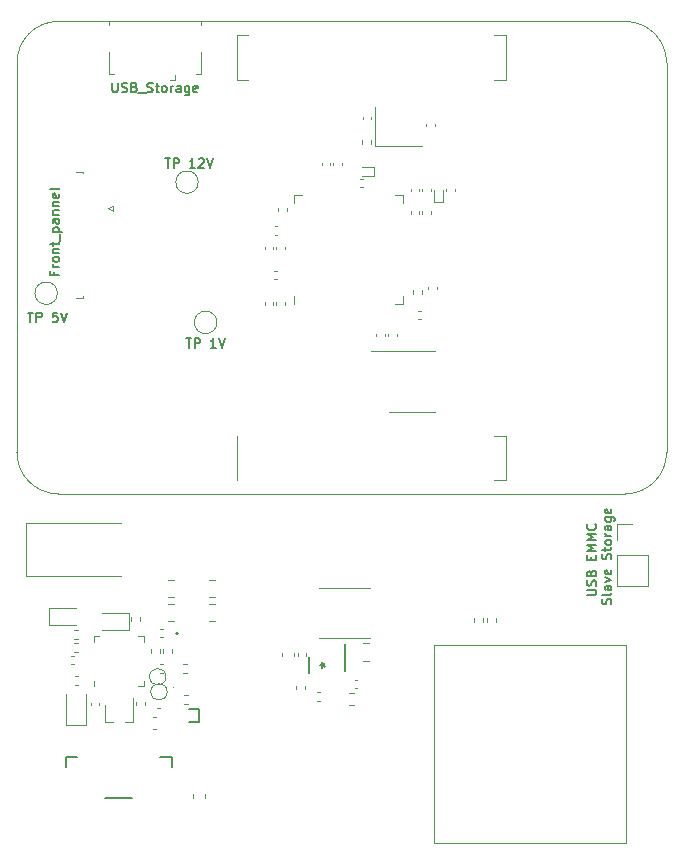
<source format=gbr>
%TF.GenerationSoftware,KiCad,Pcbnew,(6.0.7)*%
%TF.CreationDate,2022-11-16T16:45:53+01:00*%
%TF.ProjectId,MainBoard,4d61696e-426f-4617-9264-2e6b69636164,rev?*%
%TF.SameCoordinates,PXa344e00PY7102aa0*%
%TF.FileFunction,Legend,Top*%
%TF.FilePolarity,Positive*%
%FSLAX46Y46*%
G04 Gerber Fmt 4.6, Leading zero omitted, Abs format (unit mm)*
G04 Created by KiCad (PCBNEW (6.0.7)) date 2022-11-16 16:45:53*
%MOMM*%
%LPD*%
G01*
G04 APERTURE LIST*
%ADD10C,0.150000*%
%ADD11C,0.120000*%
%ADD12C,0.152400*%
%ADD13C,0.100000*%
%ADD14C,0.200000*%
G04 APERTURE END LIST*
D10*
X992857Y45338096D02*
X1450000Y45338096D01*
X1221428Y44538096D02*
X1221428Y45338096D01*
X1716666Y44538096D02*
X1716666Y45338096D01*
X2021428Y45338096D01*
X2097619Y45300000D01*
X2135714Y45261905D01*
X2173809Y45185715D01*
X2173809Y45071429D01*
X2135714Y44995239D01*
X2097619Y44957143D01*
X2021428Y44919048D01*
X1716666Y44919048D01*
X3507142Y45338096D02*
X3126190Y45338096D01*
X3088095Y44957143D01*
X3126190Y44995239D01*
X3202380Y45033334D01*
X3392857Y45033334D01*
X3469047Y44995239D01*
X3507142Y44957143D01*
X3545238Y44880953D01*
X3545238Y44690477D01*
X3507142Y44614286D01*
X3469047Y44576191D01*
X3392857Y44538096D01*
X3202380Y44538096D01*
X3126190Y44576191D01*
X3088095Y44614286D01*
X3773809Y45338096D02*
X4040476Y44538096D01*
X4307142Y45338096D01*
X3217857Y48759524D02*
X3217857Y48492858D01*
X3636904Y48492858D02*
X2836904Y48492858D01*
X2836904Y48873810D01*
X3636904Y49178572D02*
X3103571Y49178572D01*
X3255952Y49178572D02*
X3179761Y49216667D01*
X3141666Y49254762D01*
X3103571Y49330953D01*
X3103571Y49407143D01*
X3636904Y49788096D02*
X3598809Y49711905D01*
X3560714Y49673810D01*
X3484523Y49635715D01*
X3255952Y49635715D01*
X3179761Y49673810D01*
X3141666Y49711905D01*
X3103571Y49788096D01*
X3103571Y49902381D01*
X3141666Y49978572D01*
X3179761Y50016667D01*
X3255952Y50054762D01*
X3484523Y50054762D01*
X3560714Y50016667D01*
X3598809Y49978572D01*
X3636904Y49902381D01*
X3636904Y49788096D01*
X3103571Y50397620D02*
X3636904Y50397620D01*
X3179761Y50397620D02*
X3141666Y50435715D01*
X3103571Y50511905D01*
X3103571Y50626191D01*
X3141666Y50702381D01*
X3217857Y50740477D01*
X3636904Y50740477D01*
X3103571Y51007143D02*
X3103571Y51311905D01*
X2836904Y51121429D02*
X3522619Y51121429D01*
X3598809Y51159524D01*
X3636904Y51235715D01*
X3636904Y51311905D01*
X3713095Y51388096D02*
X3713095Y51997620D01*
X3103571Y52188096D02*
X3903571Y52188096D01*
X3141666Y52188096D02*
X3103571Y52264286D01*
X3103571Y52416667D01*
X3141666Y52492858D01*
X3179761Y52530953D01*
X3255952Y52569048D01*
X3484523Y52569048D01*
X3560714Y52530953D01*
X3598809Y52492858D01*
X3636904Y52416667D01*
X3636904Y52264286D01*
X3598809Y52188096D01*
X3636904Y53254762D02*
X3217857Y53254762D01*
X3141666Y53216667D01*
X3103571Y53140477D01*
X3103571Y52988096D01*
X3141666Y52911905D01*
X3598809Y53254762D02*
X3636904Y53178572D01*
X3636904Y52988096D01*
X3598809Y52911905D01*
X3522619Y52873810D01*
X3446428Y52873810D01*
X3370238Y52911905D01*
X3332142Y52988096D01*
X3332142Y53178572D01*
X3294047Y53254762D01*
X3103571Y53635715D02*
X3636904Y53635715D01*
X3179761Y53635715D02*
X3141666Y53673810D01*
X3103571Y53750000D01*
X3103571Y53864286D01*
X3141666Y53940477D01*
X3217857Y53978572D01*
X3636904Y53978572D01*
X3103571Y54359524D02*
X3636904Y54359524D01*
X3179761Y54359524D02*
X3141666Y54397620D01*
X3103571Y54473810D01*
X3103571Y54588096D01*
X3141666Y54664286D01*
X3217857Y54702381D01*
X3636904Y54702381D01*
X3598809Y55388096D02*
X3636904Y55311905D01*
X3636904Y55159524D01*
X3598809Y55083334D01*
X3522619Y55045239D01*
X3217857Y55045239D01*
X3141666Y55083334D01*
X3103571Y55159524D01*
X3103571Y55311905D01*
X3141666Y55388096D01*
X3217857Y55426191D01*
X3294047Y55426191D01*
X3370238Y55045239D01*
X3636904Y55883334D02*
X3598809Y55807143D01*
X3522619Y55769048D01*
X2836904Y55769048D01*
X48317904Y21404762D02*
X48965523Y21404762D01*
X49041714Y21442858D01*
X49079809Y21480953D01*
X49117904Y21557143D01*
X49117904Y21709524D01*
X49079809Y21785715D01*
X49041714Y21823810D01*
X48965523Y21861905D01*
X48317904Y21861905D01*
X49079809Y22204762D02*
X49117904Y22319048D01*
X49117904Y22509524D01*
X49079809Y22585715D01*
X49041714Y22623810D01*
X48965523Y22661905D01*
X48889333Y22661905D01*
X48813142Y22623810D01*
X48775047Y22585715D01*
X48736952Y22509524D01*
X48698857Y22357143D01*
X48660761Y22280953D01*
X48622666Y22242858D01*
X48546476Y22204762D01*
X48470285Y22204762D01*
X48394095Y22242858D01*
X48356000Y22280953D01*
X48317904Y22357143D01*
X48317904Y22547620D01*
X48356000Y22661905D01*
X48698857Y23271429D02*
X48736952Y23385715D01*
X48775047Y23423810D01*
X48851238Y23461905D01*
X48965523Y23461905D01*
X49041714Y23423810D01*
X49079809Y23385715D01*
X49117904Y23309524D01*
X49117904Y23004762D01*
X48317904Y23004762D01*
X48317904Y23271429D01*
X48356000Y23347620D01*
X48394095Y23385715D01*
X48470285Y23423810D01*
X48546476Y23423810D01*
X48622666Y23385715D01*
X48660761Y23347620D01*
X48698857Y23271429D01*
X48698857Y23004762D01*
X48698857Y24414286D02*
X48698857Y24680953D01*
X49117904Y24795239D02*
X49117904Y24414286D01*
X48317904Y24414286D01*
X48317904Y24795239D01*
X49117904Y25138096D02*
X48317904Y25138096D01*
X48889333Y25404762D01*
X48317904Y25671429D01*
X49117904Y25671429D01*
X49117904Y26052381D02*
X48317904Y26052381D01*
X48889333Y26319048D01*
X48317904Y26585715D01*
X49117904Y26585715D01*
X49041714Y27423810D02*
X49079809Y27385715D01*
X49117904Y27271429D01*
X49117904Y27195239D01*
X49079809Y27080953D01*
X49003619Y27004762D01*
X48927428Y26966667D01*
X48775047Y26928572D01*
X48660761Y26928572D01*
X48508380Y26966667D01*
X48432190Y27004762D01*
X48356000Y27080953D01*
X48317904Y27195239D01*
X48317904Y27271429D01*
X48356000Y27385715D01*
X48394095Y27423810D01*
X50367809Y20661905D02*
X50405904Y20776191D01*
X50405904Y20966667D01*
X50367809Y21042858D01*
X50329714Y21080953D01*
X50253523Y21119048D01*
X50177333Y21119048D01*
X50101142Y21080953D01*
X50063047Y21042858D01*
X50024952Y20966667D01*
X49986857Y20814286D01*
X49948761Y20738096D01*
X49910666Y20700000D01*
X49834476Y20661905D01*
X49758285Y20661905D01*
X49682095Y20700000D01*
X49644000Y20738096D01*
X49605904Y20814286D01*
X49605904Y21004762D01*
X49644000Y21119048D01*
X50405904Y21576191D02*
X50367809Y21500000D01*
X50291619Y21461905D01*
X49605904Y21461905D01*
X50405904Y22223810D02*
X49986857Y22223810D01*
X49910666Y22185715D01*
X49872571Y22109524D01*
X49872571Y21957143D01*
X49910666Y21880953D01*
X50367809Y22223810D02*
X50405904Y22147620D01*
X50405904Y21957143D01*
X50367809Y21880953D01*
X50291619Y21842858D01*
X50215428Y21842858D01*
X50139238Y21880953D01*
X50101142Y21957143D01*
X50101142Y22147620D01*
X50063047Y22223810D01*
X49872571Y22528572D02*
X50405904Y22719048D01*
X49872571Y22909524D01*
X50367809Y23519048D02*
X50405904Y23442858D01*
X50405904Y23290477D01*
X50367809Y23214286D01*
X50291619Y23176191D01*
X49986857Y23176191D01*
X49910666Y23214286D01*
X49872571Y23290477D01*
X49872571Y23442858D01*
X49910666Y23519048D01*
X49986857Y23557143D01*
X50063047Y23557143D01*
X50139238Y23176191D01*
X50367809Y24471429D02*
X50405904Y24585715D01*
X50405904Y24776191D01*
X50367809Y24852381D01*
X50329714Y24890477D01*
X50253523Y24928572D01*
X50177333Y24928572D01*
X50101142Y24890477D01*
X50063047Y24852381D01*
X50024952Y24776191D01*
X49986857Y24623810D01*
X49948761Y24547620D01*
X49910666Y24509524D01*
X49834476Y24471429D01*
X49758285Y24471429D01*
X49682095Y24509524D01*
X49644000Y24547620D01*
X49605904Y24623810D01*
X49605904Y24814286D01*
X49644000Y24928572D01*
X49872571Y25157143D02*
X49872571Y25461905D01*
X49605904Y25271429D02*
X50291619Y25271429D01*
X50367809Y25309524D01*
X50405904Y25385715D01*
X50405904Y25461905D01*
X50405904Y25842858D02*
X50367809Y25766667D01*
X50329714Y25728572D01*
X50253523Y25690477D01*
X50024952Y25690477D01*
X49948761Y25728572D01*
X49910666Y25766667D01*
X49872571Y25842858D01*
X49872571Y25957143D01*
X49910666Y26033334D01*
X49948761Y26071429D01*
X50024952Y26109524D01*
X50253523Y26109524D01*
X50329714Y26071429D01*
X50367809Y26033334D01*
X50405904Y25957143D01*
X50405904Y25842858D01*
X50405904Y26452381D02*
X49872571Y26452381D01*
X50024952Y26452381D02*
X49948761Y26490477D01*
X49910666Y26528572D01*
X49872571Y26604762D01*
X49872571Y26680953D01*
X50405904Y27290477D02*
X49986857Y27290477D01*
X49910666Y27252381D01*
X49872571Y27176191D01*
X49872571Y27023810D01*
X49910666Y26947620D01*
X50367809Y27290477D02*
X50405904Y27214286D01*
X50405904Y27023810D01*
X50367809Y26947620D01*
X50291619Y26909524D01*
X50215428Y26909524D01*
X50139238Y26947620D01*
X50101142Y27023810D01*
X50101142Y27214286D01*
X50063047Y27290477D01*
X49872571Y28014286D02*
X50520190Y28014286D01*
X50596380Y27976191D01*
X50634476Y27938096D01*
X50672571Y27861905D01*
X50672571Y27747620D01*
X50634476Y27671429D01*
X50367809Y28014286D02*
X50405904Y27938096D01*
X50405904Y27785715D01*
X50367809Y27709524D01*
X50329714Y27671429D01*
X50253523Y27633334D01*
X50024952Y27633334D01*
X49948761Y27671429D01*
X49910666Y27709524D01*
X49872571Y27785715D01*
X49872571Y27938096D01*
X49910666Y28014286D01*
X50367809Y28700000D02*
X50405904Y28623810D01*
X50405904Y28471429D01*
X50367809Y28395239D01*
X50291619Y28357143D01*
X49986857Y28357143D01*
X49910666Y28395239D01*
X49872571Y28471429D01*
X49872571Y28623810D01*
X49910666Y28700000D01*
X49986857Y28738096D01*
X50063047Y28738096D01*
X50139238Y28357143D01*
X14392857Y43163096D02*
X14850000Y43163096D01*
X14621428Y42363096D02*
X14621428Y43163096D01*
X15116666Y42363096D02*
X15116666Y43163096D01*
X15421428Y43163096D01*
X15497619Y43125000D01*
X15535714Y43086905D01*
X15573809Y43010715D01*
X15573809Y42896429D01*
X15535714Y42820239D01*
X15497619Y42782143D01*
X15421428Y42744048D01*
X15116666Y42744048D01*
X16945238Y42363096D02*
X16488095Y42363096D01*
X16716666Y42363096D02*
X16716666Y43163096D01*
X16640476Y43048810D01*
X16564285Y42972620D01*
X16488095Y42934524D01*
X17173809Y43163096D02*
X17440476Y42363096D01*
X17707142Y43163096D01*
X12611904Y58388096D02*
X13069047Y58388096D01*
X12840476Y57588096D02*
X12840476Y58388096D01*
X13335714Y57588096D02*
X13335714Y58388096D01*
X13640476Y58388096D01*
X13716666Y58350000D01*
X13754761Y58311905D01*
X13792857Y58235715D01*
X13792857Y58121429D01*
X13754761Y58045239D01*
X13716666Y58007143D01*
X13640476Y57969048D01*
X13335714Y57969048D01*
X15164285Y57588096D02*
X14707142Y57588096D01*
X14935714Y57588096D02*
X14935714Y58388096D01*
X14859523Y58273810D01*
X14783333Y58197620D01*
X14707142Y58159524D01*
X15469047Y58311905D02*
X15507142Y58350000D01*
X15583333Y58388096D01*
X15773809Y58388096D01*
X15850000Y58350000D01*
X15888095Y58311905D01*
X15926190Y58235715D01*
X15926190Y58159524D01*
X15888095Y58045239D01*
X15430952Y57588096D01*
X15926190Y57588096D01*
X16154761Y58388096D02*
X16421428Y57588096D01*
X16688095Y58388096D01*
X8150000Y64788096D02*
X8150000Y64140477D01*
X8188095Y64064286D01*
X8226190Y64026191D01*
X8302380Y63988096D01*
X8454761Y63988096D01*
X8530952Y64026191D01*
X8569047Y64064286D01*
X8607142Y64140477D01*
X8607142Y64788096D01*
X8950000Y64026191D02*
X9064285Y63988096D01*
X9254761Y63988096D01*
X9330952Y64026191D01*
X9369047Y64064286D01*
X9407142Y64140477D01*
X9407142Y64216667D01*
X9369047Y64292858D01*
X9330952Y64330953D01*
X9254761Y64369048D01*
X9102380Y64407143D01*
X9026190Y64445239D01*
X8988095Y64483334D01*
X8950000Y64559524D01*
X8950000Y64635715D01*
X8988095Y64711905D01*
X9026190Y64750000D01*
X9102380Y64788096D01*
X9292857Y64788096D01*
X9407142Y64750000D01*
X10016666Y64407143D02*
X10130952Y64369048D01*
X10169047Y64330953D01*
X10207142Y64254762D01*
X10207142Y64140477D01*
X10169047Y64064286D01*
X10130952Y64026191D01*
X10054761Y63988096D01*
X9750000Y63988096D01*
X9750000Y64788096D01*
X10016666Y64788096D01*
X10092857Y64750000D01*
X10130952Y64711905D01*
X10169047Y64635715D01*
X10169047Y64559524D01*
X10130952Y64483334D01*
X10092857Y64445239D01*
X10016666Y64407143D01*
X9750000Y64407143D01*
X10359523Y63911905D02*
X10969047Y63911905D01*
X11121428Y64026191D02*
X11235714Y63988096D01*
X11426190Y63988096D01*
X11502380Y64026191D01*
X11540476Y64064286D01*
X11578571Y64140477D01*
X11578571Y64216667D01*
X11540476Y64292858D01*
X11502380Y64330953D01*
X11426190Y64369048D01*
X11273809Y64407143D01*
X11197619Y64445239D01*
X11159523Y64483334D01*
X11121428Y64559524D01*
X11121428Y64635715D01*
X11159523Y64711905D01*
X11197619Y64750000D01*
X11273809Y64788096D01*
X11464285Y64788096D01*
X11578571Y64750000D01*
X11807142Y64521429D02*
X12111904Y64521429D01*
X11921428Y64788096D02*
X11921428Y64102381D01*
X11959523Y64026191D01*
X12035714Y63988096D01*
X12111904Y63988096D01*
X12492857Y63988096D02*
X12416666Y64026191D01*
X12378571Y64064286D01*
X12340476Y64140477D01*
X12340476Y64369048D01*
X12378571Y64445239D01*
X12416666Y64483334D01*
X12492857Y64521429D01*
X12607142Y64521429D01*
X12683333Y64483334D01*
X12721428Y64445239D01*
X12759523Y64369048D01*
X12759523Y64140477D01*
X12721428Y64064286D01*
X12683333Y64026191D01*
X12607142Y63988096D01*
X12492857Y63988096D01*
X13102380Y63988096D02*
X13102380Y64521429D01*
X13102380Y64369048D02*
X13140476Y64445239D01*
X13178571Y64483334D01*
X13254761Y64521429D01*
X13330952Y64521429D01*
X13940476Y63988096D02*
X13940476Y64407143D01*
X13902380Y64483334D01*
X13826190Y64521429D01*
X13673809Y64521429D01*
X13597619Y64483334D01*
X13940476Y64026191D02*
X13864285Y63988096D01*
X13673809Y63988096D01*
X13597619Y64026191D01*
X13559523Y64102381D01*
X13559523Y64178572D01*
X13597619Y64254762D01*
X13673809Y64292858D01*
X13864285Y64292858D01*
X13940476Y64330953D01*
X14664285Y64521429D02*
X14664285Y63873810D01*
X14626190Y63797620D01*
X14588095Y63759524D01*
X14511904Y63721429D01*
X14397619Y63721429D01*
X14321428Y63759524D01*
X14664285Y64026191D02*
X14588095Y63988096D01*
X14435714Y63988096D01*
X14359523Y64026191D01*
X14321428Y64064286D01*
X14283333Y64140477D01*
X14283333Y64369048D01*
X14321428Y64445239D01*
X14359523Y64483334D01*
X14435714Y64521429D01*
X14588095Y64521429D01*
X14664285Y64483334D01*
X15350000Y64026191D02*
X15273809Y63988096D01*
X15121428Y63988096D01*
X15045238Y64026191D01*
X15007142Y64102381D01*
X15007142Y64407143D01*
X15045238Y64483334D01*
X15121428Y64521429D01*
X15273809Y64521429D01*
X15350000Y64483334D01*
X15388095Y64407143D01*
X15388095Y64330953D01*
X15007142Y64254762D01*
%TO.C,U8*%
X25752380Y15500000D02*
X25990476Y15500000D01*
X25895238Y15261905D02*
X25990476Y15500000D01*
X25895238Y15738096D01*
X26180952Y15357143D02*
X25990476Y15500000D01*
X26180952Y15642858D01*
D11*
%TO.C,J8*%
X5635000Y46600000D02*
X5035000Y46600000D01*
X8225000Y53975000D02*
X8225000Y54375000D01*
X5635000Y57250000D02*
X5035000Y57250000D01*
X7825000Y54175000D02*
X8225000Y53975000D01*
X8225000Y54375000D02*
X7825000Y54175000D01*
X5635000Y57140000D02*
X5635000Y57250000D01*
X5635000Y46710000D02*
X5635000Y46600000D01*
%TO.C,C65*%
X12407836Y18560000D02*
X12192164Y18560000D01*
X12407836Y17840000D02*
X12192164Y17840000D01*
%TO.C,C84*%
X28907836Y14260000D02*
X28692164Y14260000D01*
X28907836Y13540000D02*
X28692164Y13540000D01*
%TO.C,R28*%
X10930000Y12403641D02*
X10930000Y12096359D01*
X10170000Y12403641D02*
X10170000Y12096359D01*
%TO.C,C62*%
X6340000Y12092164D02*
X6340000Y12307836D01*
X7060000Y12092164D02*
X7060000Y12307836D01*
%TO.C,C72*%
X12858748Y21265000D02*
X13381252Y21265000D01*
X12858748Y22735000D02*
X13381252Y22735000D01*
%TO.C,R25*%
X23720000Y13753641D02*
X23720000Y13446359D01*
X24480000Y13753641D02*
X24480000Y13446359D01*
%TO.C,C30*%
X37130000Y55592164D02*
X37130000Y55807836D01*
X36410000Y55592164D02*
X36410000Y55807836D01*
%TO.C,C37*%
X34915000Y47507836D02*
X34915000Y47292164D01*
X35635000Y47507836D02*
X35635000Y47292164D01*
%TO.C,Y1*%
X30400000Y59450000D02*
X34400000Y59450000D01*
X30400000Y62750000D02*
X30400000Y59450000D01*
%TO.C,D10*%
X9585000Y19935000D02*
X7300000Y19935000D01*
X7300000Y18465000D02*
X9585000Y18465000D01*
X9585000Y18465000D02*
X9585000Y19935000D01*
%TO.C,C64*%
X4662164Y16260000D02*
X4877836Y16260000D01*
X4662164Y15540000D02*
X4877836Y15540000D01*
%TO.C,R16*%
X14453641Y15580000D02*
X14146359Y15580000D01*
X14453641Y14820000D02*
X14146359Y14820000D01*
%TO.C,L2*%
X29954000Y17746000D02*
X25646000Y17746000D01*
X25646000Y22054000D02*
X29954000Y22054000D01*
%TO.C,TP5*%
X12800000Y13225000D02*
G75*
G03*
X12800000Y13225000I-700000J0D01*
G01*
%TO.C,C45*%
X33410000Y53692164D02*
X33410000Y53907836D01*
X34130000Y53692164D02*
X34130000Y53907836D01*
%TO.C,C82*%
X23510000Y16259420D02*
X23510000Y16540580D01*
X22490000Y16259420D02*
X22490000Y16540580D01*
%TO.C,R19*%
X12420000Y16546359D02*
X12420000Y16853641D01*
X13180000Y16546359D02*
X13180000Y16853641D01*
%TO.C,C49*%
X29377836Y56660000D02*
X29162164Y56660000D01*
X29377836Y55940000D02*
X29162164Y55940000D01*
%TO.C,C54*%
X21040000Y46207836D02*
X21040000Y45992164D01*
X21760000Y46207836D02*
X21760000Y45992164D01*
D10*
%TO.C,D5*%
X15460000Y11755460D02*
X14630000Y11755460D01*
X15460000Y10681580D02*
X15460000Y11757200D01*
X15460000Y10675960D02*
X14660000Y10675960D01*
D11*
%TO.C,C11*%
X35460000Y61307836D02*
X35460000Y61092164D01*
X34740000Y61307836D02*
X34740000Y61092164D01*
%TO.C,R10*%
X33595000Y47228641D02*
X33595000Y46921359D01*
X34355000Y47228641D02*
X34355000Y46921359D01*
%TO.C,J6*%
X50840000Y22205000D02*
X53500000Y22205000D01*
X50840000Y24805000D02*
X53500000Y24805000D01*
X53500000Y24805000D02*
X53500000Y22205000D01*
X50840000Y27405000D02*
X52170000Y27405000D01*
X50840000Y26075000D02*
X50840000Y27405000D01*
X50840000Y24805000D02*
X50840000Y22205000D01*
%TO.C,R2*%
X39890000Y19453641D02*
X39890000Y19146359D01*
X40650000Y19453641D02*
X40650000Y19146359D01*
%TO.C,R3*%
X29320000Y59953641D02*
X29320000Y59646359D01*
X30080000Y59953641D02*
X30080000Y59646359D01*
%TO.C,C27*%
X35130000Y53692164D02*
X35130000Y53907836D01*
X34410000Y53692164D02*
X34410000Y53907836D01*
%TO.C,C79*%
X860000Y27560000D02*
X860000Y23040000D01*
X8920000Y27560000D02*
X860000Y27560000D01*
X860000Y23040000D02*
X8920000Y23040000D01*
%TO.C,C50*%
X22760000Y50692164D02*
X22760000Y50907836D01*
X22040000Y50692164D02*
X22040000Y50907836D01*
%TO.C,C61*%
X11865580Y11060000D02*
X11584420Y11060000D01*
X11865580Y10040000D02*
X11584420Y10040000D01*
%TO.C,R1*%
X39565000Y19443641D02*
X39565000Y19136359D01*
X38805000Y19443641D02*
X38805000Y19136359D01*
%TO.C,C67*%
X12858748Y20685000D02*
X13381252Y20685000D01*
X12858748Y19215000D02*
X13381252Y19215000D01*
%TO.C,R4*%
X22160000Y54213641D02*
X22160000Y53906359D01*
X22920000Y54213641D02*
X22920000Y53906359D01*
%TO.C,C12*%
X26610000Y58007836D02*
X26610000Y57792164D01*
X25890000Y58007836D02*
X25890000Y57792164D01*
%TO.C,C32*%
X22107836Y51940000D02*
X21892164Y51940000D01*
X22107836Y52660000D02*
X21892164Y52660000D01*
%TO.C,D6*%
X9860000Y10670000D02*
X9860000Y12700000D01*
X8200000Y10670000D02*
X7540000Y10670000D01*
X7540000Y12080000D02*
X7540000Y10670000D01*
X9860000Y10670000D02*
X9200000Y10670000D01*
%TO.C,C81*%
X16831252Y19215000D02*
X16308748Y19215000D01*
X16831252Y20685000D02*
X16308748Y20685000D01*
%TO.C,C42*%
X34062164Y44790000D02*
X34277836Y44790000D01*
X34062164Y45510000D02*
X34277836Y45510000D01*
%TO.C,R24*%
X28162742Y12077500D02*
X28637258Y12077500D01*
X28162742Y13122500D02*
X28637258Y13122500D01*
%TO.C,C44*%
X32235000Y43557836D02*
X32235000Y43342164D01*
X31515000Y43557836D02*
X31515000Y43342164D01*
%TO.C,C43*%
X22077836Y48860000D02*
X21862164Y48860000D01*
X22077836Y48140000D02*
X21862164Y48140000D01*
%TO.C,U6*%
X6590000Y17910000D02*
X7065000Y17910000D01*
X10810000Y14165000D02*
X10810000Y13690000D01*
X10810000Y13690000D02*
X10335000Y13690000D01*
X6590000Y17435000D02*
X6590000Y17910000D01*
X10810000Y17910000D02*
X10335000Y17910000D01*
X6590000Y14165000D02*
X6590000Y13690000D01*
X10810000Y17435000D02*
X10810000Y17910000D01*
%TO.C,TP2*%
X15425000Y56375000D02*
G75*
G03*
X15425000Y56375000I-950000J0D01*
G01*
D12*
%TO.C,U8*%
X27825001Y17249999D02*
X27825001Y14950001D01*
X24776000Y16200001D02*
X24776000Y14799999D01*
D11*
%TO.C,R12*%
X11921359Y12655000D02*
X12228641Y12655000D01*
X11921359Y11895000D02*
X12228641Y11895000D01*
%TO.C,TP4*%
X12700000Y14500000D02*
G75*
G03*
X12700000Y14500000I-700000J0D01*
G01*
%TO.C,C60*%
X14990000Y4540580D02*
X14990000Y4259420D01*
X16010000Y4540580D02*
X16010000Y4259420D01*
D10*
%TO.C,Q1*%
X13712111Y18170000D02*
G75*
G03*
X13712111Y18170000I-72111J0D01*
G01*
D11*
%TO.C,C25*%
X35410000Y54684000D02*
X36130000Y54684000D01*
X36130000Y54684000D02*
X36130000Y55700000D01*
X35410000Y54684000D02*
X35410000Y55700000D01*
%TO.C,C13*%
X26840000Y58007836D02*
X26840000Y57792164D01*
X27560000Y58007836D02*
X27560000Y57792164D01*
%TO.C,C22*%
X30286000Y57660000D02*
X29270000Y57660000D01*
X30286000Y56940000D02*
X30286000Y57660000D01*
X30286000Y56940000D02*
X29270000Y56940000D01*
%TO.C,C85*%
X29338748Y17335000D02*
X29861252Y17335000D01*
X29338748Y15865000D02*
X29861252Y15865000D01*
%TO.C,R13*%
X4946359Y17720000D02*
X5253641Y17720000D01*
X4946359Y18480000D02*
X5253641Y18480000D01*
%TO.C,R18*%
X12180000Y16546359D02*
X12180000Y16853641D01*
X11420000Y16546359D02*
X11420000Y16853641D01*
%TO.C,C83*%
X23840000Y16292164D02*
X23840000Y16507836D01*
X24560000Y16292164D02*
X24560000Y16507836D01*
%TO.C,C51*%
X22040000Y46207836D02*
X22040000Y45992164D01*
X22760000Y46207836D02*
X22760000Y45992164D01*
%TO.C,C46*%
X30515000Y43557836D02*
X30515000Y43342164D01*
X31235000Y43557836D02*
X31235000Y43342164D01*
%TO.C,TP3*%
X3500000Y46975000D02*
G75*
G03*
X3500000Y46975000I-950000J0D01*
G01*
D13*
%TO.C,D7*%
X13360000Y13600000D02*
G75*
G03*
X13360000Y13600000I-50000J0D01*
G01*
D11*
%TO.C,J7*%
X13470000Y64997500D02*
X13020000Y64997500D01*
X15670000Y67397500D02*
X15670000Y65547500D01*
X15670000Y69947500D02*
X15670000Y69697500D01*
X13470000Y64997500D02*
X13470000Y65447500D01*
X7870000Y65547500D02*
X8320000Y65547500D01*
X7870000Y67397500D02*
X7870000Y65547500D01*
X7870000Y69947500D02*
X7870000Y69697500D01*
X15670000Y65547500D02*
X15220000Y65547500D01*
%TO.C,R11*%
X14553641Y12980000D02*
X14246359Y12980000D01*
X14553641Y12220000D02*
X14246359Y12220000D01*
%TO.C,C78*%
X16851252Y21265000D02*
X16328748Y21265000D01*
X16851252Y22735000D02*
X16328748Y22735000D01*
%TO.C,R14*%
X12146359Y15580000D02*
X12453641Y15580000D01*
X12146359Y14820000D02*
X12453641Y14820000D01*
%TO.C,U3*%
X35400000Y17150000D02*
X51670000Y17150000D01*
X51670000Y450000D02*
X51670000Y17150000D01*
X51670000Y450000D02*
X35400000Y450000D01*
X35400000Y450000D02*
X35400000Y17150000D01*
%TO.C,R17*%
X10480000Y19246359D02*
X10480000Y19553641D01*
X9720000Y19246359D02*
X9720000Y19553641D01*
%TO.C,C63*%
X4992164Y13840000D02*
X5207836Y13840000D01*
X4992164Y14560000D02*
X5207836Y14560000D01*
%TO.C,U5*%
X33500000Y42060000D02*
X35450000Y42060000D01*
X33500000Y36940000D02*
X35450000Y36940000D01*
X33500000Y42060000D02*
X30050000Y42060000D01*
X33500000Y36940000D02*
X31550000Y36940000D01*
%TO.C,Module1*%
X41480000Y65060000D02*
X40480000Y65060000D01*
X41480000Y65060000D02*
X41480000Y68840000D01*
X18680000Y65060000D02*
X18680000Y68840000D01*
X51580000Y69990000D02*
X3580000Y69990000D01*
X3580000Y29990000D02*
X51580000Y29990000D01*
X18680000Y68840000D02*
X19680000Y68840000D01*
X18680000Y65060000D02*
X19680000Y65060000D01*
X41480000Y68840000D02*
X40480000Y68840000D01*
X80000Y66490000D02*
X80000Y33490000D01*
X55080000Y33490000D02*
X55080000Y66490000D01*
X41480000Y31140000D02*
X41480000Y34920000D01*
X18680000Y31140000D02*
X18680000Y34920000D01*
X41480000Y31140000D02*
X40480000Y31140000D01*
X41480000Y34920000D02*
X40480000Y34920000D01*
X51580000Y29990000D02*
G75*
G03*
X55080000Y33490000I1J3499999D01*
G01*
X80000Y33490000D02*
G75*
G03*
X3580000Y29990000I3499999J-1D01*
G01*
X55080000Y66490000D02*
G75*
G03*
X51580000Y69990000I-3500000J0D01*
G01*
X3580000Y69990000D02*
G75*
G03*
X80000Y66490000I0J-3500000D01*
G01*
D14*
%TO.C,J1*%
X12200000Y7700000D02*
X13170000Y7700000D01*
X7550000Y4220000D02*
X9850000Y4220000D01*
X4230000Y7700000D02*
X5200000Y7700000D01*
X4230000Y6900000D02*
X4230000Y7700000D01*
X13170000Y7700000D02*
X13170000Y6900000D01*
D11*
%TO.C,C40*%
X34410000Y55592164D02*
X34410000Y55807836D01*
X35130000Y55592164D02*
X35130000Y55807836D01*
%TO.C,TP1*%
X17000000Y44500000D02*
G75*
G03*
X17000000Y44500000I-950000J0D01*
G01*
%TO.C,R26*%
X25753641Y13180000D02*
X25446359Y13180000D01*
X25753641Y12420000D02*
X25446359Y12420000D01*
%TO.C,D9*%
X2815000Y18865000D02*
X5100000Y18865000D01*
X5100000Y20335000D02*
X2815000Y20335000D01*
X2815000Y20335000D02*
X2815000Y18865000D01*
%TO.C,C55*%
X21040000Y50692164D02*
X21040000Y50907836D01*
X21760000Y50692164D02*
X21760000Y50907836D01*
%TO.C,C2*%
X29340000Y61692164D02*
X29340000Y61907836D01*
X30060000Y61692164D02*
X30060000Y61907836D01*
%TO.C,C35*%
X33410000Y55592164D02*
X33410000Y55807836D01*
X34130000Y55592164D02*
X34130000Y55807836D01*
%TO.C,U4*%
X32760000Y46700000D02*
X32760000Y46050000D01*
X23540000Y46700000D02*
X23540000Y46050000D01*
X32760000Y55270000D02*
X32110000Y55270000D01*
X23540000Y54620000D02*
X23540000Y55270000D01*
X32760000Y54620000D02*
X32760000Y55270000D01*
X32760000Y46050000D02*
X32110000Y46050000D01*
X23540000Y55270000D02*
X24190000Y55270000D01*
%TO.C,D8*%
X4250000Y10450000D02*
X5950000Y10450000D01*
X5950000Y10450000D02*
X5950000Y13000000D01*
X4250000Y10450000D02*
X4250000Y13000000D01*
%TO.C,R15*%
X5253641Y16620000D02*
X4946359Y16620000D01*
X5253641Y17380000D02*
X4946359Y17380000D01*
%TD*%
M02*

</source>
